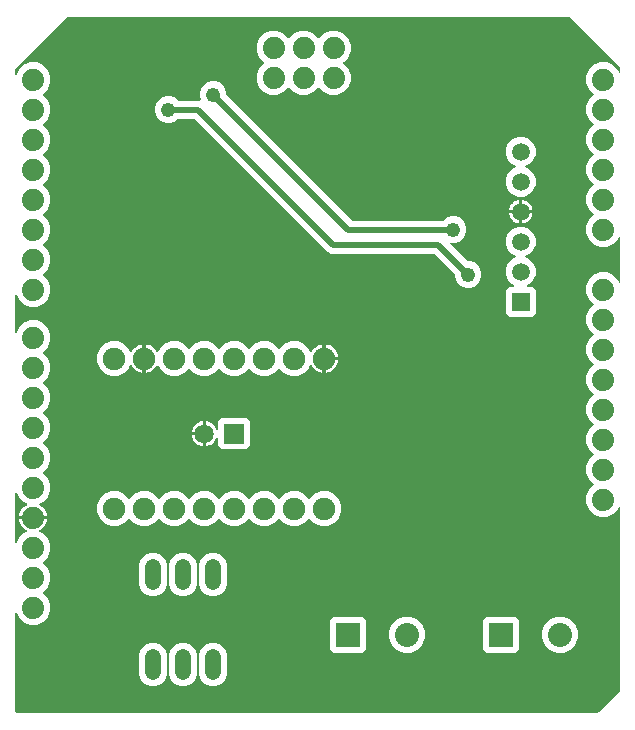
<source format=gbr>
G04 EAGLE Gerber RS-274X export*
G75*
%MOMM*%
%FSLAX34Y34*%
%LPD*%
%INTop Copper*%
%IPPOS*%
%AMOC8*
5,1,8,0,0,1.08239X$1,22.5*%
G01*
%ADD10C,1.879600*%
%ADD11C,1.905000*%
%ADD12C,1.508000*%
%ADD13R,1.508000X1.508000*%
%ADD14C,1.320800*%
%ADD15C,1.651000*%
%ADD16R,1.651000X1.651000*%
%ADD17R,2.032000X2.032000*%
%ADD18C,2.032000*%
%ADD19C,1.214400*%
%ADD20C,0.508000*%

G36*
X503659Y10175D02*
X503659Y10175D01*
X503744Y10180D01*
X503779Y10194D01*
X503817Y10200D01*
X503892Y10240D01*
X503972Y10273D01*
X504011Y10303D01*
X504034Y10316D01*
X504055Y10337D01*
X504104Y10375D01*
X522248Y27968D01*
X522306Y28046D01*
X522369Y28120D01*
X522379Y28144D01*
X522395Y28166D01*
X522424Y28258D01*
X522461Y28348D01*
X522464Y28381D01*
X522471Y28400D01*
X522470Y28433D01*
X522479Y28515D01*
X522479Y183794D01*
X522464Y183890D01*
X522454Y183987D01*
X522444Y184011D01*
X522440Y184037D01*
X522394Y184123D01*
X522354Y184212D01*
X522337Y184231D01*
X522324Y184254D01*
X522254Y184321D01*
X522188Y184393D01*
X522165Y184406D01*
X522146Y184424D01*
X522058Y184465D01*
X521972Y184512D01*
X521947Y184516D01*
X521923Y184527D01*
X521826Y184538D01*
X521730Y184555D01*
X521704Y184552D01*
X521679Y184555D01*
X521583Y184534D01*
X521487Y184520D01*
X521464Y184508D01*
X521438Y184502D01*
X521355Y184452D01*
X521268Y184408D01*
X521249Y184389D01*
X521227Y184376D01*
X521164Y184302D01*
X521096Y184233D01*
X521080Y184204D01*
X521067Y184189D01*
X521055Y184158D01*
X521015Y184086D01*
X520274Y182298D01*
X516202Y178226D01*
X510880Y176021D01*
X505120Y176021D01*
X499798Y178226D01*
X495726Y182298D01*
X493521Y187620D01*
X493521Y193380D01*
X495726Y198702D01*
X499686Y202662D01*
X499697Y202678D01*
X499713Y202690D01*
X499769Y202778D01*
X499829Y202861D01*
X499835Y202880D01*
X499846Y202897D01*
X499871Y202998D01*
X499902Y203097D01*
X499901Y203116D01*
X499906Y203136D01*
X499898Y203239D01*
X499895Y203342D01*
X499888Y203361D01*
X499887Y203381D01*
X499847Y203476D01*
X499811Y203573D01*
X499798Y203589D01*
X499791Y203607D01*
X499686Y203738D01*
X495726Y207698D01*
X493521Y213020D01*
X493521Y218780D01*
X495726Y224102D01*
X499686Y228062D01*
X499697Y228078D01*
X499713Y228090D01*
X499769Y228178D01*
X499829Y228261D01*
X499835Y228280D01*
X499846Y228297D01*
X499871Y228398D01*
X499902Y228497D01*
X499901Y228516D01*
X499906Y228536D01*
X499898Y228639D01*
X499895Y228742D01*
X499888Y228761D01*
X499887Y228781D01*
X499846Y228876D01*
X499811Y228973D01*
X499798Y228989D01*
X499791Y229007D01*
X499686Y229138D01*
X495726Y233098D01*
X493521Y238420D01*
X493521Y244180D01*
X495726Y249502D01*
X499686Y253462D01*
X499697Y253478D01*
X499713Y253490D01*
X499769Y253578D01*
X499829Y253661D01*
X499835Y253680D01*
X499846Y253697D01*
X499871Y253798D01*
X499902Y253897D01*
X499901Y253916D01*
X499906Y253936D01*
X499898Y254039D01*
X499895Y254142D01*
X499888Y254161D01*
X499887Y254181D01*
X499846Y254276D01*
X499811Y254373D01*
X499798Y254389D01*
X499791Y254407D01*
X499686Y254538D01*
X495726Y258498D01*
X493521Y263820D01*
X493521Y269580D01*
X495726Y274902D01*
X499686Y278862D01*
X499697Y278878D01*
X499713Y278890D01*
X499769Y278978D01*
X499829Y279061D01*
X499835Y279080D01*
X499846Y279097D01*
X499871Y279198D01*
X499902Y279297D01*
X499901Y279316D01*
X499906Y279336D01*
X499898Y279439D01*
X499895Y279542D01*
X499888Y279561D01*
X499887Y279581D01*
X499846Y279676D01*
X499811Y279773D01*
X499798Y279789D01*
X499791Y279807D01*
X499686Y279938D01*
X495726Y283898D01*
X493521Y289220D01*
X493521Y294980D01*
X495726Y300302D01*
X499686Y304262D01*
X499697Y304278D01*
X499713Y304290D01*
X499769Y304378D01*
X499829Y304461D01*
X499835Y304480D01*
X499846Y304497D01*
X499871Y304598D01*
X499902Y304697D01*
X499901Y304716D01*
X499906Y304736D01*
X499898Y304839D01*
X499895Y304942D01*
X499888Y304961D01*
X499887Y304981D01*
X499846Y305076D01*
X499811Y305173D01*
X499798Y305189D01*
X499791Y305207D01*
X499686Y305338D01*
X495726Y309298D01*
X493521Y314620D01*
X493521Y320380D01*
X495726Y325702D01*
X499686Y329662D01*
X499697Y329678D01*
X499713Y329690D01*
X499769Y329778D01*
X499829Y329861D01*
X499835Y329880D01*
X499846Y329897D01*
X499871Y329998D01*
X499902Y330097D01*
X499901Y330116D01*
X499906Y330136D01*
X499898Y330239D01*
X499895Y330342D01*
X499888Y330361D01*
X499887Y330381D01*
X499846Y330476D01*
X499811Y330573D01*
X499798Y330589D01*
X499791Y330607D01*
X499686Y330738D01*
X495726Y334698D01*
X493521Y340020D01*
X493521Y345780D01*
X495726Y351102D01*
X499686Y355062D01*
X499697Y355078D01*
X499713Y355090D01*
X499769Y355178D01*
X499829Y355261D01*
X499835Y355280D01*
X499846Y355297D01*
X499871Y355398D01*
X499902Y355497D01*
X499901Y355516D01*
X499906Y355536D01*
X499898Y355639D01*
X499895Y355742D01*
X499888Y355761D01*
X499887Y355781D01*
X499846Y355876D01*
X499811Y355973D01*
X499798Y355989D01*
X499791Y356007D01*
X499686Y356138D01*
X495726Y360098D01*
X493521Y365420D01*
X493521Y371180D01*
X495726Y376502D01*
X499798Y380574D01*
X505120Y382779D01*
X510880Y382779D01*
X516202Y380574D01*
X520274Y376502D01*
X521015Y374714D01*
X521066Y374631D01*
X521112Y374546D01*
X521130Y374528D01*
X521144Y374505D01*
X521220Y374443D01*
X521290Y374376D01*
X521314Y374365D01*
X521334Y374349D01*
X521425Y374314D01*
X521513Y374273D01*
X521539Y374270D01*
X521563Y374260D01*
X521661Y374256D01*
X521757Y374245D01*
X521783Y374251D01*
X521809Y374250D01*
X521903Y374277D01*
X521998Y374298D01*
X522020Y374311D01*
X522045Y374318D01*
X522125Y374374D01*
X522209Y374424D01*
X522226Y374444D01*
X522247Y374459D01*
X522306Y374537D01*
X522369Y374611D01*
X522379Y374635D01*
X522394Y374656D01*
X522424Y374749D01*
X522461Y374839D01*
X522464Y374871D01*
X522470Y374890D01*
X522470Y374923D01*
X522479Y375006D01*
X522479Y412394D01*
X522464Y412490D01*
X522454Y412587D01*
X522444Y412611D01*
X522440Y412637D01*
X522394Y412723D01*
X522354Y412812D01*
X522337Y412831D01*
X522324Y412854D01*
X522254Y412921D01*
X522188Y412993D01*
X522165Y413006D01*
X522146Y413024D01*
X522058Y413065D01*
X521972Y413112D01*
X521947Y413116D01*
X521923Y413127D01*
X521826Y413138D01*
X521730Y413155D01*
X521704Y413152D01*
X521679Y413155D01*
X521583Y413134D01*
X521487Y413120D01*
X521464Y413108D01*
X521438Y413102D01*
X521355Y413052D01*
X521268Y413008D01*
X521249Y412989D01*
X521227Y412976D01*
X521164Y412902D01*
X521096Y412833D01*
X521080Y412804D01*
X521067Y412789D01*
X521055Y412758D01*
X521015Y412686D01*
X520274Y410898D01*
X516202Y406826D01*
X510880Y404621D01*
X505120Y404621D01*
X499798Y406826D01*
X495726Y410898D01*
X493521Y416220D01*
X493521Y421980D01*
X495726Y427302D01*
X499686Y431262D01*
X499697Y431278D01*
X499713Y431290D01*
X499769Y431378D01*
X499829Y431461D01*
X499835Y431480D01*
X499846Y431497D01*
X499871Y431598D01*
X499902Y431697D01*
X499901Y431716D01*
X499906Y431736D01*
X499898Y431839D01*
X499895Y431942D01*
X499888Y431961D01*
X499887Y431981D01*
X499846Y432076D01*
X499811Y432173D01*
X499798Y432189D01*
X499791Y432207D01*
X499686Y432338D01*
X495726Y436298D01*
X493521Y441620D01*
X493521Y447380D01*
X495726Y452702D01*
X499686Y456662D01*
X499697Y456678D01*
X499713Y456690D01*
X499769Y456778D01*
X499829Y456861D01*
X499835Y456880D01*
X499846Y456897D01*
X499871Y456998D01*
X499902Y457097D01*
X499901Y457116D01*
X499906Y457136D01*
X499898Y457239D01*
X499895Y457342D01*
X499888Y457361D01*
X499887Y457381D01*
X499846Y457476D01*
X499811Y457573D01*
X499798Y457589D01*
X499791Y457607D01*
X499686Y457738D01*
X495726Y461698D01*
X493521Y467020D01*
X493521Y472780D01*
X495726Y478102D01*
X499686Y482062D01*
X499697Y482078D01*
X499713Y482090D01*
X499769Y482178D01*
X499829Y482261D01*
X499835Y482280D01*
X499846Y482297D01*
X499871Y482398D01*
X499902Y482497D01*
X499901Y482516D01*
X499906Y482536D01*
X499898Y482639D01*
X499895Y482742D01*
X499888Y482761D01*
X499887Y482781D01*
X499846Y482876D01*
X499811Y482973D01*
X499798Y482989D01*
X499791Y483007D01*
X499686Y483138D01*
X495726Y487098D01*
X493521Y492420D01*
X493521Y498180D01*
X495726Y503502D01*
X499686Y507462D01*
X499697Y507478D01*
X499713Y507490D01*
X499769Y507578D01*
X499829Y507661D01*
X499835Y507680D01*
X499846Y507697D01*
X499871Y507798D01*
X499902Y507897D01*
X499901Y507916D01*
X499906Y507936D01*
X499898Y508039D01*
X499895Y508142D01*
X499888Y508161D01*
X499887Y508181D01*
X499846Y508276D01*
X499811Y508373D01*
X499798Y508389D01*
X499791Y508407D01*
X499717Y508499D01*
X499711Y508509D01*
X499705Y508515D01*
X499686Y508538D01*
X495726Y512498D01*
X493521Y517820D01*
X493521Y523580D01*
X495726Y528902D01*
X499686Y532862D01*
X499697Y532878D01*
X499713Y532890D01*
X499769Y532978D01*
X499829Y533061D01*
X499835Y533080D01*
X499846Y533097D01*
X499871Y533198D01*
X499902Y533297D01*
X499901Y533316D01*
X499906Y533336D01*
X499898Y533439D01*
X499895Y533542D01*
X499888Y533561D01*
X499887Y533581D01*
X499846Y533676D01*
X499811Y533773D01*
X499798Y533789D01*
X499791Y533807D01*
X499686Y533938D01*
X495726Y537898D01*
X493521Y543220D01*
X493521Y548980D01*
X495726Y554302D01*
X499798Y558374D01*
X505120Y560579D01*
X510880Y560579D01*
X516202Y558374D01*
X520274Y554302D01*
X521015Y552514D01*
X521066Y552431D01*
X521112Y552346D01*
X521130Y552328D01*
X521144Y552305D01*
X521220Y552243D01*
X521290Y552176D01*
X521314Y552165D01*
X521334Y552149D01*
X521425Y552114D01*
X521513Y552073D01*
X521539Y552070D01*
X521563Y552060D01*
X521661Y552056D01*
X521757Y552045D01*
X521783Y552051D01*
X521809Y552050D01*
X521903Y552077D01*
X521998Y552098D01*
X522020Y552111D01*
X522045Y552118D01*
X522125Y552174D01*
X522209Y552224D01*
X522226Y552244D01*
X522247Y552259D01*
X522306Y552337D01*
X522369Y552411D01*
X522379Y552435D01*
X522394Y552456D01*
X522424Y552549D01*
X522461Y552639D01*
X522464Y552671D01*
X522470Y552690D01*
X522470Y552723D01*
X522479Y552806D01*
X522479Y555833D01*
X522464Y555927D01*
X522456Y556021D01*
X522444Y556047D01*
X522440Y556076D01*
X522395Y556160D01*
X522358Y556246D01*
X522334Y556275D01*
X522324Y556294D01*
X522301Y556316D01*
X522252Y556376D01*
X478765Y599121D01*
X478693Y599172D01*
X478626Y599229D01*
X478593Y599242D01*
X478564Y599263D01*
X478479Y599288D01*
X478398Y599321D01*
X478352Y599326D01*
X478328Y599333D01*
X478297Y599332D01*
X478231Y599339D01*
X55130Y599339D01*
X55040Y599324D01*
X54949Y599317D01*
X54919Y599305D01*
X54888Y599300D01*
X54807Y599257D01*
X54722Y599221D01*
X54691Y599195D01*
X54670Y599184D01*
X54648Y599161D01*
X54592Y599116D01*
X10383Y554820D01*
X10330Y554746D01*
X10271Y554677D01*
X10259Y554647D01*
X10240Y554620D01*
X10213Y554533D01*
X10179Y554449D01*
X10175Y554407D01*
X10168Y554385D01*
X10169Y554353D01*
X10161Y554282D01*
X10161Y550971D01*
X10176Y550875D01*
X10186Y550778D01*
X10196Y550754D01*
X10200Y550728D01*
X10246Y550642D01*
X10286Y550553D01*
X10303Y550534D01*
X10316Y550511D01*
X10386Y550444D01*
X10452Y550372D01*
X10475Y550359D01*
X10494Y550341D01*
X10582Y550300D01*
X10668Y550253D01*
X10693Y550249D01*
X10717Y550238D01*
X10814Y550227D01*
X10910Y550210D01*
X10936Y550214D01*
X10961Y550211D01*
X11057Y550231D01*
X11153Y550246D01*
X11176Y550257D01*
X11202Y550263D01*
X11285Y550313D01*
X11372Y550357D01*
X11391Y550376D01*
X11413Y550389D01*
X11476Y550463D01*
X11544Y550533D01*
X11560Y550561D01*
X11573Y550576D01*
X11585Y550607D01*
X11625Y550680D01*
X13126Y554302D01*
X17198Y558374D01*
X22520Y560579D01*
X28280Y560579D01*
X33602Y558374D01*
X37674Y554302D01*
X39879Y548980D01*
X39879Y543220D01*
X37674Y537898D01*
X33714Y533938D01*
X33703Y533922D01*
X33687Y533910D01*
X33631Y533822D01*
X33571Y533739D01*
X33565Y533720D01*
X33554Y533703D01*
X33529Y533602D01*
X33498Y533503D01*
X33499Y533484D01*
X33494Y533464D01*
X33502Y533361D01*
X33505Y533258D01*
X33512Y533239D01*
X33513Y533219D01*
X33554Y533124D01*
X33589Y533027D01*
X33602Y533011D01*
X33609Y532993D01*
X33714Y532862D01*
X37674Y528902D01*
X39879Y523580D01*
X39879Y517820D01*
X37674Y512498D01*
X33714Y508538D01*
X33703Y508522D01*
X33687Y508510D01*
X33657Y508463D01*
X33641Y508446D01*
X33629Y508419D01*
X33571Y508339D01*
X33565Y508320D01*
X33554Y508303D01*
X33529Y508202D01*
X33498Y508103D01*
X33499Y508084D01*
X33494Y508064D01*
X33502Y507961D01*
X33505Y507858D01*
X33512Y507839D01*
X33513Y507819D01*
X33554Y507724D01*
X33589Y507627D01*
X33602Y507611D01*
X33609Y507593D01*
X33714Y507462D01*
X37674Y503502D01*
X39879Y498180D01*
X39879Y492420D01*
X37674Y487098D01*
X33714Y483138D01*
X33703Y483122D01*
X33687Y483110D01*
X33631Y483022D01*
X33571Y482939D01*
X33565Y482920D01*
X33554Y482903D01*
X33529Y482802D01*
X33498Y482703D01*
X33499Y482684D01*
X33494Y482664D01*
X33502Y482561D01*
X33505Y482458D01*
X33512Y482439D01*
X33513Y482419D01*
X33554Y482324D01*
X33589Y482227D01*
X33602Y482211D01*
X33609Y482193D01*
X33714Y482062D01*
X37674Y478102D01*
X39879Y472780D01*
X39879Y467020D01*
X37674Y461698D01*
X33714Y457738D01*
X33703Y457722D01*
X33687Y457710D01*
X33631Y457622D01*
X33571Y457539D01*
X33565Y457520D01*
X33554Y457503D01*
X33529Y457402D01*
X33498Y457303D01*
X33499Y457284D01*
X33494Y457264D01*
X33502Y457161D01*
X33505Y457058D01*
X33512Y457039D01*
X33513Y457019D01*
X33554Y456924D01*
X33589Y456827D01*
X33602Y456811D01*
X33609Y456793D01*
X33714Y456662D01*
X37674Y452702D01*
X39879Y447380D01*
X39879Y441620D01*
X37674Y436298D01*
X33714Y432338D01*
X33703Y432322D01*
X33687Y432310D01*
X33631Y432222D01*
X33571Y432139D01*
X33565Y432120D01*
X33554Y432103D01*
X33529Y432002D01*
X33498Y431903D01*
X33499Y431884D01*
X33494Y431864D01*
X33502Y431761D01*
X33505Y431658D01*
X33512Y431639D01*
X33513Y431619D01*
X33554Y431524D01*
X33589Y431427D01*
X33602Y431411D01*
X33609Y431393D01*
X33714Y431262D01*
X37674Y427302D01*
X39879Y421980D01*
X39879Y416220D01*
X37674Y410898D01*
X33714Y406938D01*
X33703Y406922D01*
X33687Y406910D01*
X33631Y406822D01*
X33571Y406739D01*
X33565Y406720D01*
X33554Y406703D01*
X33529Y406602D01*
X33498Y406503D01*
X33499Y406484D01*
X33494Y406464D01*
X33502Y406361D01*
X33505Y406258D01*
X33512Y406239D01*
X33513Y406219D01*
X33554Y406124D01*
X33589Y406027D01*
X33602Y406011D01*
X33609Y405993D01*
X33714Y405862D01*
X37674Y401902D01*
X39879Y396580D01*
X39879Y390820D01*
X37674Y385498D01*
X33714Y381538D01*
X33703Y381522D01*
X33687Y381510D01*
X33631Y381422D01*
X33571Y381339D01*
X33565Y381320D01*
X33554Y381303D01*
X33529Y381202D01*
X33498Y381103D01*
X33499Y381084D01*
X33494Y381064D01*
X33502Y380961D01*
X33505Y380858D01*
X33512Y380839D01*
X33513Y380819D01*
X33554Y380724D01*
X33589Y380627D01*
X33602Y380611D01*
X33609Y380593D01*
X33714Y380462D01*
X37674Y376502D01*
X39879Y371180D01*
X39879Y365420D01*
X37674Y360098D01*
X33602Y356026D01*
X28280Y353821D01*
X22520Y353821D01*
X17198Y356026D01*
X13126Y360098D01*
X11625Y363720D01*
X11574Y363803D01*
X11528Y363889D01*
X11509Y363907D01*
X11496Y363929D01*
X11421Y363992D01*
X11350Y364059D01*
X11326Y364070D01*
X11306Y364086D01*
X11215Y364121D01*
X11127Y364162D01*
X11101Y364165D01*
X11077Y364174D01*
X10979Y364179D01*
X10883Y364189D01*
X10857Y364184D01*
X10831Y364185D01*
X10737Y364158D01*
X10642Y364137D01*
X10620Y364124D01*
X10595Y364116D01*
X10515Y364061D01*
X10431Y364011D01*
X10414Y363991D01*
X10393Y363976D01*
X10334Y363898D01*
X10271Y363824D01*
X10261Y363800D01*
X10246Y363779D01*
X10216Y363686D01*
X10179Y363596D01*
X10176Y363563D01*
X10170Y363545D01*
X10170Y363512D01*
X10161Y363429D01*
X10161Y332531D01*
X10176Y332435D01*
X10186Y332338D01*
X10196Y332314D01*
X10200Y332288D01*
X10246Y332202D01*
X10286Y332113D01*
X10303Y332094D01*
X10316Y332071D01*
X10386Y332004D01*
X10452Y331932D01*
X10475Y331919D01*
X10494Y331901D01*
X10582Y331860D01*
X10668Y331813D01*
X10693Y331809D01*
X10717Y331798D01*
X10814Y331787D01*
X10910Y331770D01*
X10936Y331774D01*
X10961Y331771D01*
X11057Y331791D01*
X11153Y331806D01*
X11176Y331817D01*
X11202Y331823D01*
X11285Y331873D01*
X11372Y331917D01*
X11391Y331936D01*
X11413Y331949D01*
X11476Y332023D01*
X11544Y332093D01*
X11560Y332121D01*
X11573Y332136D01*
X11585Y332167D01*
X11625Y332240D01*
X13126Y335862D01*
X17198Y339934D01*
X22520Y342139D01*
X28280Y342139D01*
X33602Y339934D01*
X37674Y335862D01*
X39879Y330540D01*
X39879Y324780D01*
X37674Y319458D01*
X33714Y315498D01*
X33703Y315482D01*
X33687Y315470D01*
X33631Y315382D01*
X33571Y315299D01*
X33565Y315280D01*
X33554Y315263D01*
X33529Y315162D01*
X33498Y315063D01*
X33499Y315044D01*
X33494Y315024D01*
X33502Y314921D01*
X33505Y314818D01*
X33512Y314799D01*
X33513Y314779D01*
X33554Y314684D01*
X33589Y314587D01*
X33602Y314571D01*
X33609Y314553D01*
X33714Y314422D01*
X37674Y310462D01*
X39879Y305140D01*
X39879Y299380D01*
X37674Y294058D01*
X33714Y290098D01*
X33703Y290082D01*
X33687Y290070D01*
X33631Y289982D01*
X33571Y289899D01*
X33565Y289880D01*
X33554Y289863D01*
X33529Y289762D01*
X33498Y289663D01*
X33499Y289644D01*
X33494Y289624D01*
X33502Y289521D01*
X33505Y289418D01*
X33512Y289399D01*
X33513Y289379D01*
X33554Y289284D01*
X33589Y289187D01*
X33602Y289171D01*
X33609Y289153D01*
X33687Y289056D01*
X33691Y289049D01*
X33696Y289044D01*
X33714Y289022D01*
X37674Y285062D01*
X39879Y279740D01*
X39879Y273980D01*
X37674Y268658D01*
X33714Y264698D01*
X33703Y264682D01*
X33687Y264670D01*
X33631Y264582D01*
X33571Y264499D01*
X33565Y264480D01*
X33554Y264463D01*
X33529Y264362D01*
X33498Y264263D01*
X33499Y264244D01*
X33494Y264224D01*
X33502Y264121D01*
X33505Y264018D01*
X33512Y263999D01*
X33513Y263979D01*
X33554Y263884D01*
X33589Y263787D01*
X33602Y263771D01*
X33609Y263753D01*
X33714Y263622D01*
X37674Y259662D01*
X39879Y254340D01*
X39879Y248580D01*
X37674Y243258D01*
X33714Y239298D01*
X33703Y239282D01*
X33687Y239270D01*
X33631Y239182D01*
X33571Y239099D01*
X33565Y239080D01*
X33554Y239063D01*
X33529Y238962D01*
X33498Y238863D01*
X33499Y238844D01*
X33494Y238824D01*
X33502Y238721D01*
X33505Y238618D01*
X33512Y238599D01*
X33513Y238579D01*
X33554Y238484D01*
X33589Y238387D01*
X33602Y238371D01*
X33609Y238353D01*
X33714Y238222D01*
X37674Y234262D01*
X39879Y228940D01*
X39879Y223180D01*
X37674Y217858D01*
X33714Y213898D01*
X33703Y213882D01*
X33687Y213870D01*
X33631Y213782D01*
X33571Y213699D01*
X33565Y213680D01*
X33554Y213663D01*
X33529Y213562D01*
X33498Y213463D01*
X33499Y213444D01*
X33494Y213424D01*
X33502Y213321D01*
X33505Y213218D01*
X33512Y213199D01*
X33513Y213179D01*
X33554Y213084D01*
X33589Y212987D01*
X33602Y212971D01*
X33609Y212953D01*
X33714Y212822D01*
X37674Y208862D01*
X39879Y203540D01*
X39879Y197780D01*
X37674Y192458D01*
X33602Y188386D01*
X30899Y187266D01*
X30864Y187244D01*
X30824Y187230D01*
X30760Y187180D01*
X30690Y187137D01*
X30664Y187104D01*
X30631Y187078D01*
X30586Y187010D01*
X30534Y186947D01*
X30519Y186908D01*
X30495Y186873D01*
X30475Y186794D01*
X30445Y186718D01*
X30444Y186676D01*
X30433Y186635D01*
X30438Y186553D01*
X30435Y186472D01*
X30447Y186431D01*
X30450Y186390D01*
X30481Y186314D01*
X30504Y186236D01*
X30527Y186201D01*
X30543Y186162D01*
X30597Y186101D01*
X30644Y186034D01*
X30677Y186008D01*
X30705Y185977D01*
X30834Y185892D01*
X30841Y185887D01*
X30843Y185886D01*
X30845Y185885D01*
X31657Y185471D01*
X33178Y184366D01*
X34506Y183038D01*
X35611Y181517D01*
X36464Y179843D01*
X37045Y178056D01*
X37246Y176783D01*
X26162Y176783D01*
X26142Y176780D01*
X26123Y176782D01*
X26021Y176760D01*
X25919Y176743D01*
X25902Y176734D01*
X25882Y176730D01*
X25793Y176677D01*
X25702Y176628D01*
X25688Y176614D01*
X25671Y176604D01*
X25604Y176525D01*
X25533Y176450D01*
X25524Y176432D01*
X25511Y176417D01*
X25473Y176321D01*
X25429Y176227D01*
X25427Y176207D01*
X25419Y176189D01*
X25401Y176022D01*
X25401Y174498D01*
X25404Y174478D01*
X25402Y174459D01*
X25424Y174357D01*
X25441Y174255D01*
X25450Y174238D01*
X25454Y174218D01*
X25507Y174129D01*
X25556Y174038D01*
X25570Y174024D01*
X25580Y174007D01*
X25659Y173940D01*
X25734Y173869D01*
X25752Y173860D01*
X25767Y173847D01*
X25863Y173808D01*
X25957Y173765D01*
X25977Y173763D01*
X25995Y173755D01*
X26162Y173737D01*
X37246Y173737D01*
X37045Y172464D01*
X36464Y170677D01*
X35611Y169003D01*
X34506Y167482D01*
X33178Y166154D01*
X31657Y165049D01*
X30845Y164635D01*
X30811Y164610D01*
X30773Y164593D01*
X30713Y164538D01*
X30647Y164490D01*
X30623Y164455D01*
X30592Y164427D01*
X30552Y164355D01*
X30505Y164288D01*
X30494Y164248D01*
X30473Y164211D01*
X30459Y164131D01*
X30436Y164053D01*
X30437Y164011D01*
X30430Y163969D01*
X30442Y163888D01*
X30444Y163807D01*
X30459Y163768D01*
X30465Y163726D01*
X30502Y163653D01*
X30531Y163577D01*
X30558Y163544D01*
X30577Y163507D01*
X30635Y163450D01*
X30687Y163386D01*
X30723Y163364D01*
X30752Y163335D01*
X30888Y163260D01*
X30895Y163255D01*
X30897Y163255D01*
X30899Y163254D01*
X33602Y162134D01*
X37674Y158062D01*
X39879Y152740D01*
X39879Y146980D01*
X37674Y141658D01*
X33714Y137698D01*
X33703Y137682D01*
X33687Y137670D01*
X33631Y137582D01*
X33571Y137499D01*
X33565Y137480D01*
X33554Y137463D01*
X33529Y137362D01*
X33498Y137263D01*
X33499Y137244D01*
X33494Y137224D01*
X33502Y137121D01*
X33505Y137018D01*
X33512Y136999D01*
X33513Y136979D01*
X33554Y136884D01*
X33589Y136787D01*
X33602Y136771D01*
X33609Y136753D01*
X33714Y136622D01*
X37674Y132662D01*
X39879Y127340D01*
X39879Y121580D01*
X37674Y116258D01*
X33714Y112298D01*
X33703Y112282D01*
X33687Y112270D01*
X33631Y112182D01*
X33571Y112099D01*
X33565Y112080D01*
X33554Y112063D01*
X33529Y111962D01*
X33498Y111863D01*
X33499Y111844D01*
X33494Y111824D01*
X33502Y111721D01*
X33505Y111618D01*
X33512Y111599D01*
X33513Y111579D01*
X33554Y111484D01*
X33589Y111387D01*
X33602Y111371D01*
X33609Y111353D01*
X33714Y111222D01*
X37674Y107262D01*
X39879Y101940D01*
X39879Y96180D01*
X37674Y90858D01*
X33602Y86786D01*
X28280Y84581D01*
X22520Y84581D01*
X17198Y86786D01*
X13126Y90858D01*
X11625Y94480D01*
X11574Y94563D01*
X11528Y94649D01*
X11510Y94667D01*
X11496Y94689D01*
X11420Y94752D01*
X11350Y94819D01*
X11326Y94830D01*
X11306Y94846D01*
X11215Y94881D01*
X11127Y94922D01*
X11101Y94925D01*
X11077Y94934D01*
X10979Y94939D01*
X10883Y94949D01*
X10857Y94944D01*
X10831Y94945D01*
X10737Y94918D01*
X10642Y94897D01*
X10620Y94884D01*
X10595Y94876D01*
X10515Y94821D01*
X10431Y94771D01*
X10414Y94751D01*
X10393Y94736D01*
X10334Y94658D01*
X10271Y94584D01*
X10261Y94560D01*
X10246Y94539D01*
X10216Y94446D01*
X10179Y94356D01*
X10176Y94323D01*
X10170Y94305D01*
X10170Y94272D01*
X10161Y94189D01*
X10161Y10922D01*
X10164Y10902D01*
X10162Y10883D01*
X10184Y10781D01*
X10200Y10679D01*
X10210Y10662D01*
X10214Y10642D01*
X10267Y10553D01*
X10316Y10462D01*
X10330Y10448D01*
X10340Y10431D01*
X10419Y10364D01*
X10494Y10292D01*
X10512Y10284D01*
X10527Y10271D01*
X10623Y10232D01*
X10717Y10189D01*
X10737Y10187D01*
X10755Y10179D01*
X10922Y10161D01*
X503574Y10161D01*
X503659Y10175D01*
G37*
%LPC*%
G36*
X391482Y369847D02*
X391482Y369847D01*
X387382Y371545D01*
X384245Y374682D01*
X382547Y378782D01*
X382547Y381060D01*
X382533Y381150D01*
X382525Y381241D01*
X382513Y381271D01*
X382508Y381303D01*
X382465Y381384D01*
X382429Y381467D01*
X382403Y381500D01*
X382392Y381520D01*
X382369Y381542D01*
X382324Y381598D01*
X365366Y398556D01*
X365292Y398609D01*
X365223Y398669D01*
X365193Y398681D01*
X365167Y398700D01*
X365080Y398727D01*
X364995Y398761D01*
X364954Y398765D01*
X364932Y398772D01*
X364899Y398771D01*
X364828Y398779D01*
X277884Y398779D01*
X275083Y399939D01*
X162166Y512856D01*
X162092Y512909D01*
X162023Y512969D01*
X161993Y512981D01*
X161967Y513000D01*
X161880Y513027D01*
X161795Y513061D01*
X161754Y513065D01*
X161732Y513072D01*
X161699Y513071D01*
X161628Y513079D01*
X148167Y513079D01*
X148077Y513065D01*
X147986Y513057D01*
X147956Y513045D01*
X147924Y513040D01*
X147844Y512997D01*
X147760Y512961D01*
X147728Y512935D01*
X147707Y512924D01*
X147685Y512901D01*
X147629Y512856D01*
X146018Y511245D01*
X141918Y509547D01*
X137482Y509547D01*
X133382Y511245D01*
X130245Y514382D01*
X128547Y518482D01*
X128547Y522918D01*
X130245Y527018D01*
X133382Y530155D01*
X137482Y531853D01*
X141918Y531853D01*
X146018Y530155D01*
X147629Y528544D01*
X147703Y528491D01*
X147772Y528431D01*
X147802Y528419D01*
X147828Y528400D01*
X147915Y528373D01*
X148000Y528339D01*
X148041Y528335D01*
X148063Y528328D01*
X148096Y528329D01*
X148167Y528321D01*
X166693Y528321D01*
X166738Y528328D01*
X166784Y528326D01*
X166859Y528348D01*
X166936Y528360D01*
X166976Y528382D01*
X167020Y528395D01*
X167084Y528439D01*
X167153Y528476D01*
X167185Y528509D01*
X167222Y528535D01*
X167269Y528597D01*
X167322Y528654D01*
X167342Y528696D01*
X167369Y528732D01*
X167393Y528806D01*
X167426Y528877D01*
X167431Y528923D01*
X167445Y528966D01*
X167445Y529044D01*
X167453Y529121D01*
X167443Y529166D01*
X167443Y529212D01*
X167405Y529344D01*
X167401Y529362D01*
X167398Y529366D01*
X167396Y529373D01*
X166647Y531182D01*
X166647Y535618D01*
X168345Y539718D01*
X171482Y542855D01*
X175582Y544553D01*
X180018Y544553D01*
X184118Y542855D01*
X187255Y539718D01*
X188953Y535618D01*
X188953Y533340D01*
X188967Y533250D01*
X188975Y533159D01*
X188987Y533129D01*
X188992Y533097D01*
X189035Y533016D01*
X189071Y532933D01*
X189097Y532900D01*
X189108Y532880D01*
X189131Y532858D01*
X189176Y532802D01*
X295034Y426944D01*
X295108Y426891D01*
X295177Y426831D01*
X295207Y426819D01*
X295233Y426800D01*
X295320Y426773D01*
X295405Y426739D01*
X295446Y426735D01*
X295468Y426728D01*
X295501Y426729D01*
X295572Y426721D01*
X372533Y426721D01*
X372623Y426735D01*
X372714Y426743D01*
X372744Y426755D01*
X372776Y426760D01*
X372856Y426803D01*
X372940Y426839D01*
X372972Y426865D01*
X372993Y426876D01*
X373015Y426899D01*
X373071Y426944D01*
X374682Y428555D01*
X378782Y430253D01*
X383218Y430253D01*
X387318Y428555D01*
X390455Y425418D01*
X392153Y421318D01*
X392153Y416882D01*
X390455Y412782D01*
X387318Y409645D01*
X383218Y407947D01*
X379368Y407947D01*
X379297Y407936D01*
X379225Y407934D01*
X379176Y407916D01*
X379125Y407908D01*
X379062Y407874D01*
X378994Y407849D01*
X378954Y407817D01*
X378908Y407792D01*
X378858Y407740D01*
X378802Y407696D01*
X378774Y407652D01*
X378738Y407614D01*
X378708Y407549D01*
X378669Y407489D01*
X378657Y407438D01*
X378635Y407391D01*
X378627Y407320D01*
X378609Y407250D01*
X378613Y407198D01*
X378608Y407147D01*
X378623Y407076D01*
X378628Y407005D01*
X378649Y406957D01*
X378660Y406906D01*
X378697Y406845D01*
X378725Y406779D01*
X378770Y406723D01*
X378786Y406695D01*
X378804Y406680D01*
X378830Y406648D01*
X393102Y392376D01*
X393176Y392323D01*
X393245Y392263D01*
X393275Y392251D01*
X393301Y392232D01*
X393388Y392205D01*
X393473Y392171D01*
X393514Y392167D01*
X393536Y392160D01*
X393569Y392161D01*
X393640Y392153D01*
X395918Y392153D01*
X400018Y390455D01*
X403155Y387318D01*
X404853Y383218D01*
X404853Y378782D01*
X403155Y374682D01*
X400018Y371545D01*
X395918Y369847D01*
X391482Y369847D01*
G37*
%LPD*%
%LPC*%
G36*
X91075Y168274D02*
X91075Y168274D01*
X85706Y170498D01*
X81598Y174606D01*
X79374Y179975D01*
X79374Y185785D01*
X81598Y191154D01*
X85706Y195262D01*
X91075Y197486D01*
X96885Y197486D01*
X102254Y195262D01*
X106142Y191374D01*
X106158Y191362D01*
X106170Y191347D01*
X106258Y191291D01*
X106341Y191230D01*
X106360Y191225D01*
X106377Y191214D01*
X106478Y191188D01*
X106577Y191158D01*
X106596Y191159D01*
X106616Y191154D01*
X106719Y191162D01*
X106822Y191164D01*
X106841Y191171D01*
X106861Y191173D01*
X106956Y191213D01*
X107053Y191249D01*
X107069Y191261D01*
X107087Y191269D01*
X107218Y191374D01*
X111106Y195262D01*
X116475Y197486D01*
X122285Y197486D01*
X127654Y195262D01*
X131542Y191374D01*
X131558Y191362D01*
X131570Y191347D01*
X131658Y191291D01*
X131741Y191230D01*
X131760Y191225D01*
X131777Y191214D01*
X131878Y191188D01*
X131977Y191158D01*
X131996Y191159D01*
X132016Y191154D01*
X132119Y191162D01*
X132222Y191164D01*
X132241Y191171D01*
X132261Y191173D01*
X132356Y191213D01*
X132453Y191249D01*
X132469Y191261D01*
X132487Y191269D01*
X132618Y191374D01*
X136506Y195262D01*
X141875Y197486D01*
X147685Y197486D01*
X153054Y195262D01*
X156942Y191374D01*
X156958Y191362D01*
X156970Y191347D01*
X157058Y191291D01*
X157141Y191230D01*
X157160Y191225D01*
X157177Y191214D01*
X157278Y191188D01*
X157377Y191158D01*
X157396Y191159D01*
X157416Y191154D01*
X157519Y191162D01*
X157622Y191164D01*
X157641Y191171D01*
X157661Y191173D01*
X157756Y191213D01*
X157853Y191249D01*
X157869Y191261D01*
X157887Y191269D01*
X158018Y191374D01*
X161906Y195262D01*
X167275Y197486D01*
X173085Y197486D01*
X178454Y195262D01*
X182342Y191374D01*
X182358Y191362D01*
X182370Y191347D01*
X182458Y191291D01*
X182541Y191230D01*
X182560Y191225D01*
X182577Y191214D01*
X182678Y191188D01*
X182777Y191158D01*
X182796Y191159D01*
X182816Y191154D01*
X182919Y191162D01*
X183022Y191164D01*
X183041Y191171D01*
X183061Y191173D01*
X183156Y191213D01*
X183253Y191249D01*
X183269Y191261D01*
X183287Y191269D01*
X183418Y191374D01*
X187306Y195262D01*
X192675Y197486D01*
X198485Y197486D01*
X203854Y195262D01*
X207742Y191374D01*
X207758Y191362D01*
X207770Y191347D01*
X207858Y191291D01*
X207941Y191230D01*
X207960Y191225D01*
X207977Y191214D01*
X208078Y191188D01*
X208177Y191158D01*
X208196Y191159D01*
X208216Y191154D01*
X208319Y191162D01*
X208422Y191164D01*
X208441Y191171D01*
X208461Y191173D01*
X208556Y191213D01*
X208653Y191249D01*
X208669Y191261D01*
X208687Y191269D01*
X208818Y191374D01*
X212706Y195262D01*
X218075Y197486D01*
X223885Y197486D01*
X229254Y195262D01*
X233142Y191374D01*
X233158Y191362D01*
X233170Y191347D01*
X233258Y191291D01*
X233341Y191230D01*
X233360Y191225D01*
X233377Y191214D01*
X233478Y191188D01*
X233577Y191158D01*
X233596Y191159D01*
X233616Y191154D01*
X233719Y191162D01*
X233822Y191164D01*
X233841Y191171D01*
X233861Y191173D01*
X233956Y191213D01*
X234053Y191249D01*
X234069Y191261D01*
X234087Y191269D01*
X234218Y191374D01*
X238106Y195262D01*
X243475Y197486D01*
X249285Y197486D01*
X254654Y195262D01*
X258542Y191374D01*
X258558Y191362D01*
X258570Y191347D01*
X258658Y191291D01*
X258741Y191230D01*
X258760Y191225D01*
X258777Y191214D01*
X258878Y191188D01*
X258977Y191158D01*
X258996Y191159D01*
X259016Y191154D01*
X259119Y191162D01*
X259222Y191164D01*
X259241Y191171D01*
X259261Y191173D01*
X259356Y191213D01*
X259453Y191249D01*
X259469Y191261D01*
X259487Y191269D01*
X259618Y191374D01*
X263506Y195262D01*
X268875Y197486D01*
X274685Y197486D01*
X280054Y195262D01*
X284162Y191154D01*
X286386Y185785D01*
X286386Y179975D01*
X284162Y174606D01*
X280054Y170498D01*
X274685Y168274D01*
X268875Y168274D01*
X263506Y170498D01*
X259618Y174386D01*
X259602Y174398D01*
X259590Y174413D01*
X259517Y174460D01*
X259493Y174480D01*
X259479Y174486D01*
X259419Y174530D01*
X259400Y174535D01*
X259383Y174546D01*
X259282Y174572D01*
X259183Y174602D01*
X259164Y174601D01*
X259144Y174606D01*
X259041Y174598D01*
X258938Y174596D01*
X258919Y174589D01*
X258899Y174587D01*
X258804Y174547D01*
X258707Y174511D01*
X258691Y174499D01*
X258673Y174491D01*
X258609Y174440D01*
X258602Y174436D01*
X258594Y174428D01*
X258542Y174386D01*
X254654Y170498D01*
X249285Y168274D01*
X243475Y168274D01*
X238106Y170498D01*
X234218Y174386D01*
X234202Y174398D01*
X234190Y174413D01*
X234117Y174460D01*
X234093Y174480D01*
X234079Y174486D01*
X234019Y174530D01*
X234000Y174535D01*
X233983Y174546D01*
X233882Y174572D01*
X233783Y174602D01*
X233764Y174601D01*
X233744Y174606D01*
X233641Y174598D01*
X233538Y174596D01*
X233519Y174589D01*
X233499Y174587D01*
X233404Y174547D01*
X233307Y174511D01*
X233291Y174499D01*
X233273Y174491D01*
X233209Y174440D01*
X233202Y174436D01*
X233194Y174428D01*
X233142Y174386D01*
X229254Y170498D01*
X223885Y168274D01*
X218075Y168274D01*
X212706Y170498D01*
X208818Y174386D01*
X208802Y174398D01*
X208790Y174413D01*
X208717Y174460D01*
X208693Y174480D01*
X208679Y174486D01*
X208619Y174530D01*
X208600Y174535D01*
X208583Y174546D01*
X208482Y174572D01*
X208383Y174602D01*
X208364Y174601D01*
X208344Y174606D01*
X208241Y174598D01*
X208138Y174596D01*
X208119Y174589D01*
X208099Y174587D01*
X208004Y174547D01*
X207907Y174511D01*
X207891Y174499D01*
X207873Y174491D01*
X207809Y174440D01*
X207802Y174436D01*
X207794Y174428D01*
X207742Y174386D01*
X203854Y170498D01*
X198485Y168274D01*
X192675Y168274D01*
X187306Y170498D01*
X183418Y174386D01*
X183402Y174398D01*
X183390Y174413D01*
X183317Y174460D01*
X183293Y174480D01*
X183279Y174486D01*
X183219Y174530D01*
X183200Y174535D01*
X183183Y174546D01*
X183082Y174572D01*
X182983Y174602D01*
X182964Y174601D01*
X182944Y174606D01*
X182841Y174598D01*
X182738Y174596D01*
X182719Y174589D01*
X182699Y174587D01*
X182604Y174547D01*
X182507Y174511D01*
X182491Y174499D01*
X182473Y174491D01*
X182409Y174440D01*
X182402Y174436D01*
X182394Y174428D01*
X182342Y174386D01*
X178454Y170498D01*
X173085Y168274D01*
X167275Y168274D01*
X161906Y170498D01*
X158018Y174386D01*
X158002Y174398D01*
X157990Y174413D01*
X157917Y174460D01*
X157893Y174480D01*
X157879Y174486D01*
X157819Y174530D01*
X157800Y174535D01*
X157783Y174546D01*
X157682Y174572D01*
X157583Y174602D01*
X157564Y174601D01*
X157544Y174606D01*
X157441Y174598D01*
X157338Y174596D01*
X157319Y174589D01*
X157299Y174587D01*
X157204Y174547D01*
X157107Y174511D01*
X157091Y174499D01*
X157073Y174491D01*
X157009Y174440D01*
X157002Y174436D01*
X156994Y174428D01*
X156942Y174386D01*
X153054Y170498D01*
X147685Y168274D01*
X141875Y168274D01*
X136506Y170498D01*
X132618Y174386D01*
X132602Y174398D01*
X132590Y174413D01*
X132517Y174460D01*
X132493Y174480D01*
X132479Y174486D01*
X132419Y174530D01*
X132400Y174535D01*
X132383Y174546D01*
X132282Y174572D01*
X132183Y174602D01*
X132164Y174601D01*
X132144Y174606D01*
X132041Y174598D01*
X131938Y174596D01*
X131919Y174589D01*
X131899Y174587D01*
X131804Y174547D01*
X131707Y174511D01*
X131691Y174499D01*
X131673Y174491D01*
X131609Y174440D01*
X131602Y174436D01*
X131594Y174428D01*
X131542Y174386D01*
X127654Y170498D01*
X122285Y168274D01*
X116475Y168274D01*
X111106Y170498D01*
X107218Y174386D01*
X107202Y174398D01*
X107190Y174413D01*
X107117Y174460D01*
X107093Y174480D01*
X107079Y174486D01*
X107019Y174530D01*
X107000Y174535D01*
X106983Y174546D01*
X106882Y174572D01*
X106783Y174602D01*
X106764Y174601D01*
X106744Y174606D01*
X106641Y174598D01*
X106538Y174596D01*
X106519Y174589D01*
X106499Y174587D01*
X106404Y174547D01*
X106307Y174511D01*
X106291Y174499D01*
X106273Y174491D01*
X106209Y174440D01*
X106202Y174436D01*
X106194Y174428D01*
X106142Y174386D01*
X102254Y170498D01*
X96885Y168274D01*
X91075Y168274D01*
G37*
%LPD*%
%LPC*%
G36*
X91075Y295274D02*
X91075Y295274D01*
X85706Y297498D01*
X81598Y301606D01*
X79374Y306975D01*
X79374Y312785D01*
X81598Y318154D01*
X85706Y322262D01*
X91075Y324486D01*
X96885Y324486D01*
X102254Y322262D01*
X106362Y318154D01*
X107386Y315683D01*
X107408Y315647D01*
X107422Y315607D01*
X107472Y315543D01*
X107515Y315474D01*
X107548Y315447D01*
X107573Y315414D01*
X107642Y315369D01*
X107705Y315317D01*
X107744Y315302D01*
X107779Y315279D01*
X107858Y315258D01*
X107934Y315229D01*
X107976Y315227D01*
X108017Y315216D01*
X108099Y315222D01*
X108180Y315218D01*
X108220Y315230D01*
X108262Y315233D01*
X108338Y315264D01*
X108416Y315287D01*
X108451Y315311D01*
X108490Y315327D01*
X108551Y315380D01*
X108618Y315427D01*
X108643Y315461D01*
X108675Y315488D01*
X108760Y315617D01*
X108765Y315624D01*
X108766Y315626D01*
X108767Y315628D01*
X109060Y316204D01*
X110177Y317740D01*
X111520Y319083D01*
X113056Y320200D01*
X114748Y321062D01*
X116555Y321649D01*
X117857Y321855D01*
X117857Y310642D01*
X117860Y310622D01*
X117858Y310603D01*
X117880Y310501D01*
X117897Y310399D01*
X117906Y310382D01*
X117910Y310362D01*
X117963Y310273D01*
X118012Y310182D01*
X118026Y310168D01*
X118036Y310151D01*
X118115Y310084D01*
X118190Y310013D01*
X118208Y310004D01*
X118223Y309991D01*
X118319Y309953D01*
X118413Y309909D01*
X118433Y309907D01*
X118451Y309899D01*
X118618Y309881D01*
X120142Y309881D01*
X120162Y309884D01*
X120181Y309882D01*
X120283Y309904D01*
X120385Y309921D01*
X120402Y309930D01*
X120422Y309934D01*
X120511Y309987D01*
X120602Y310036D01*
X120616Y310050D01*
X120633Y310060D01*
X120700Y310139D01*
X120771Y310214D01*
X120780Y310232D01*
X120793Y310247D01*
X120832Y310343D01*
X120875Y310437D01*
X120877Y310457D01*
X120885Y310475D01*
X120903Y310642D01*
X120903Y321855D01*
X122205Y321649D01*
X124012Y321062D01*
X125704Y320200D01*
X127240Y319083D01*
X128583Y317740D01*
X129700Y316204D01*
X129993Y315628D01*
X130018Y315594D01*
X130035Y315556D01*
X130090Y315496D01*
X130138Y315430D01*
X130173Y315406D01*
X130201Y315375D01*
X130273Y315336D01*
X130340Y315289D01*
X130380Y315277D01*
X130417Y315256D01*
X130497Y315242D01*
X130575Y315219D01*
X130617Y315220D01*
X130659Y315213D01*
X130740Y315225D01*
X130821Y315228D01*
X130860Y315242D01*
X130902Y315249D01*
X130975Y315286D01*
X131051Y315314D01*
X131084Y315341D01*
X131121Y315360D01*
X131178Y315418D01*
X131242Y315470D01*
X131264Y315506D01*
X131293Y315536D01*
X131368Y315671D01*
X131373Y315678D01*
X131373Y315680D01*
X131374Y315683D01*
X132398Y318154D01*
X136506Y322262D01*
X141875Y324486D01*
X147685Y324486D01*
X153054Y322262D01*
X156942Y318374D01*
X156958Y318362D01*
X156970Y318347D01*
X157058Y318291D01*
X157141Y318230D01*
X157160Y318225D01*
X157177Y318214D01*
X157278Y318188D01*
X157377Y318158D01*
X157396Y318159D01*
X157416Y318154D01*
X157519Y318162D01*
X157622Y318164D01*
X157641Y318171D01*
X157661Y318173D01*
X157756Y318213D01*
X157853Y318249D01*
X157869Y318261D01*
X157887Y318269D01*
X158018Y318374D01*
X161906Y322262D01*
X167275Y324486D01*
X173085Y324486D01*
X178454Y322262D01*
X182342Y318374D01*
X182358Y318362D01*
X182370Y318347D01*
X182458Y318291D01*
X182541Y318230D01*
X182560Y318225D01*
X182577Y318214D01*
X182678Y318188D01*
X182777Y318158D01*
X182796Y318159D01*
X182816Y318154D01*
X182919Y318162D01*
X183022Y318164D01*
X183041Y318171D01*
X183061Y318173D01*
X183156Y318213D01*
X183253Y318249D01*
X183269Y318261D01*
X183287Y318269D01*
X183418Y318374D01*
X187306Y322262D01*
X192675Y324486D01*
X198485Y324486D01*
X203854Y322262D01*
X207742Y318374D01*
X207758Y318362D01*
X207770Y318347D01*
X207858Y318291D01*
X207941Y318230D01*
X207960Y318225D01*
X207977Y318214D01*
X208078Y318188D01*
X208177Y318158D01*
X208196Y318159D01*
X208216Y318154D01*
X208319Y318162D01*
X208422Y318164D01*
X208441Y318171D01*
X208461Y318173D01*
X208556Y318213D01*
X208653Y318249D01*
X208669Y318261D01*
X208687Y318269D01*
X208818Y318374D01*
X212706Y322262D01*
X218075Y324486D01*
X223885Y324486D01*
X229254Y322262D01*
X233142Y318374D01*
X233158Y318362D01*
X233170Y318347D01*
X233258Y318291D01*
X233341Y318230D01*
X233360Y318225D01*
X233377Y318214D01*
X233478Y318188D01*
X233577Y318158D01*
X233596Y318159D01*
X233616Y318154D01*
X233719Y318162D01*
X233822Y318164D01*
X233841Y318171D01*
X233861Y318173D01*
X233956Y318213D01*
X234053Y318249D01*
X234069Y318261D01*
X234087Y318269D01*
X234218Y318374D01*
X238106Y322262D01*
X243475Y324486D01*
X249285Y324486D01*
X254654Y322262D01*
X258762Y318154D01*
X259786Y315683D01*
X259808Y315647D01*
X259822Y315607D01*
X259872Y315543D01*
X259915Y315474D01*
X259948Y315447D01*
X259973Y315414D01*
X260042Y315369D01*
X260105Y315317D01*
X260144Y315302D01*
X260179Y315279D01*
X260258Y315258D01*
X260334Y315229D01*
X260376Y315227D01*
X260417Y315216D01*
X260498Y315222D01*
X260580Y315218D01*
X260620Y315230D01*
X260662Y315233D01*
X260738Y315264D01*
X260816Y315287D01*
X260851Y315311D01*
X260890Y315327D01*
X260951Y315380D01*
X261018Y315427D01*
X261043Y315461D01*
X261075Y315488D01*
X261160Y315617D01*
X261165Y315624D01*
X261166Y315626D01*
X261167Y315628D01*
X261460Y316204D01*
X262577Y317740D01*
X263920Y319083D01*
X265456Y320200D01*
X267148Y321062D01*
X268955Y321649D01*
X270257Y321855D01*
X270257Y310642D01*
X270260Y310622D01*
X270258Y310603D01*
X270280Y310501D01*
X270297Y310399D01*
X270306Y310382D01*
X270310Y310362D01*
X270363Y310273D01*
X270412Y310182D01*
X270426Y310168D01*
X270436Y310151D01*
X270515Y310084D01*
X270590Y310013D01*
X270608Y310004D01*
X270623Y309991D01*
X270719Y309953D01*
X270813Y309909D01*
X270833Y309907D01*
X270851Y309899D01*
X271018Y309881D01*
X271781Y309881D01*
X271781Y309879D01*
X271018Y309879D01*
X270998Y309876D01*
X270979Y309878D01*
X270877Y309856D01*
X270775Y309839D01*
X270758Y309830D01*
X270738Y309826D01*
X270649Y309773D01*
X270558Y309724D01*
X270544Y309710D01*
X270527Y309700D01*
X270460Y309621D01*
X270389Y309546D01*
X270380Y309528D01*
X270367Y309513D01*
X270328Y309417D01*
X270285Y309323D01*
X270283Y309303D01*
X270275Y309285D01*
X270257Y309118D01*
X270257Y297905D01*
X268955Y298111D01*
X267148Y298698D01*
X265456Y299560D01*
X263920Y300677D01*
X262577Y302020D01*
X261460Y303556D01*
X261167Y304132D01*
X261142Y304166D01*
X261125Y304204D01*
X261070Y304264D01*
X261022Y304330D01*
X260987Y304354D01*
X260959Y304385D01*
X260887Y304424D01*
X260820Y304471D01*
X260780Y304483D01*
X260743Y304504D01*
X260663Y304518D01*
X260585Y304541D01*
X260543Y304540D01*
X260501Y304547D01*
X260420Y304535D01*
X260339Y304532D01*
X260300Y304518D01*
X260258Y304511D01*
X260185Y304474D01*
X260109Y304446D01*
X260076Y304419D01*
X260039Y304400D01*
X259981Y304342D01*
X259918Y304290D01*
X259896Y304254D01*
X259866Y304224D01*
X259792Y304088D01*
X259787Y304082D01*
X259787Y304080D01*
X259786Y304077D01*
X258762Y301606D01*
X254654Y297498D01*
X249285Y295274D01*
X243475Y295274D01*
X238106Y297498D01*
X234218Y301386D01*
X234202Y301398D01*
X234190Y301413D01*
X234102Y301469D01*
X234019Y301530D01*
X234000Y301535D01*
X233983Y301546D01*
X233882Y301572D01*
X233783Y301602D01*
X233764Y301601D01*
X233744Y301606D01*
X233641Y301598D01*
X233538Y301596D01*
X233519Y301589D01*
X233499Y301587D01*
X233404Y301547D01*
X233307Y301511D01*
X233291Y301499D01*
X233273Y301491D01*
X233142Y301386D01*
X229254Y297498D01*
X223885Y295274D01*
X218075Y295274D01*
X212706Y297498D01*
X208818Y301386D01*
X208802Y301398D01*
X208790Y301413D01*
X208702Y301469D01*
X208619Y301530D01*
X208600Y301535D01*
X208583Y301546D01*
X208482Y301572D01*
X208383Y301602D01*
X208364Y301601D01*
X208344Y301606D01*
X208241Y301598D01*
X208138Y301596D01*
X208119Y301589D01*
X208099Y301587D01*
X208004Y301547D01*
X207907Y301511D01*
X207891Y301499D01*
X207873Y301491D01*
X207742Y301386D01*
X203854Y297498D01*
X198485Y295274D01*
X192675Y295274D01*
X187306Y297498D01*
X183418Y301386D01*
X183402Y301398D01*
X183390Y301413D01*
X183302Y301469D01*
X183219Y301530D01*
X183200Y301535D01*
X183183Y301546D01*
X183082Y301572D01*
X182983Y301602D01*
X182964Y301601D01*
X182944Y301606D01*
X182841Y301598D01*
X182738Y301596D01*
X182719Y301589D01*
X182699Y301587D01*
X182604Y301547D01*
X182507Y301511D01*
X182491Y301499D01*
X182473Y301491D01*
X182342Y301386D01*
X178454Y297498D01*
X173085Y295274D01*
X167275Y295274D01*
X161906Y297498D01*
X158018Y301386D01*
X158002Y301398D01*
X157990Y301413D01*
X157902Y301469D01*
X157819Y301530D01*
X157800Y301535D01*
X157783Y301546D01*
X157682Y301572D01*
X157583Y301602D01*
X157564Y301601D01*
X157544Y301606D01*
X157441Y301598D01*
X157338Y301596D01*
X157319Y301589D01*
X157299Y301587D01*
X157204Y301547D01*
X157107Y301511D01*
X157091Y301499D01*
X157073Y301491D01*
X156942Y301386D01*
X153054Y297498D01*
X147685Y295274D01*
X141875Y295274D01*
X136506Y297498D01*
X132398Y301606D01*
X131374Y304077D01*
X131352Y304113D01*
X131338Y304153D01*
X131288Y304217D01*
X131245Y304286D01*
X131212Y304313D01*
X131187Y304346D01*
X131118Y304391D01*
X131055Y304443D01*
X131016Y304458D01*
X130981Y304481D01*
X130902Y304502D01*
X130826Y304531D01*
X130784Y304533D01*
X130743Y304544D01*
X130661Y304538D01*
X130580Y304542D01*
X130540Y304530D01*
X130498Y304527D01*
X130422Y304496D01*
X130344Y304473D01*
X130309Y304449D01*
X130270Y304433D01*
X130209Y304380D01*
X130142Y304333D01*
X130117Y304299D01*
X130085Y304272D01*
X130000Y304143D01*
X129995Y304136D01*
X129994Y304134D01*
X129993Y304132D01*
X129700Y303556D01*
X128583Y302020D01*
X127240Y300677D01*
X125704Y299560D01*
X124012Y298698D01*
X122205Y298111D01*
X120903Y297905D01*
X120903Y309118D01*
X120900Y309138D01*
X120902Y309157D01*
X120880Y309259D01*
X120863Y309361D01*
X120854Y309378D01*
X120850Y309398D01*
X120797Y309487D01*
X120748Y309578D01*
X120734Y309592D01*
X120724Y309609D01*
X120645Y309676D01*
X120570Y309747D01*
X120552Y309756D01*
X120537Y309769D01*
X120441Y309807D01*
X120347Y309851D01*
X120327Y309853D01*
X120309Y309861D01*
X120142Y309879D01*
X118618Y309879D01*
X118598Y309876D01*
X118579Y309878D01*
X118477Y309856D01*
X118375Y309839D01*
X118358Y309830D01*
X118338Y309826D01*
X118249Y309773D01*
X118158Y309724D01*
X118144Y309710D01*
X118127Y309700D01*
X118060Y309621D01*
X117989Y309546D01*
X117980Y309528D01*
X117967Y309513D01*
X117928Y309417D01*
X117885Y309323D01*
X117883Y309303D01*
X117875Y309285D01*
X117857Y309118D01*
X117857Y297905D01*
X116555Y298111D01*
X114748Y298698D01*
X113056Y299560D01*
X111520Y300677D01*
X110177Y302020D01*
X109060Y303556D01*
X108767Y304132D01*
X108742Y304166D01*
X108725Y304204D01*
X108670Y304264D01*
X108622Y304330D01*
X108587Y304354D01*
X108559Y304385D01*
X108487Y304424D01*
X108420Y304471D01*
X108380Y304483D01*
X108343Y304504D01*
X108263Y304518D01*
X108185Y304541D01*
X108143Y304540D01*
X108101Y304547D01*
X108020Y304535D01*
X107939Y304532D01*
X107900Y304518D01*
X107858Y304511D01*
X107785Y304474D01*
X107709Y304446D01*
X107676Y304419D01*
X107639Y304400D01*
X107582Y304342D01*
X107518Y304290D01*
X107496Y304254D01*
X107467Y304224D01*
X107392Y304089D01*
X107387Y304082D01*
X107387Y304080D01*
X107386Y304077D01*
X106362Y301606D01*
X102254Y297498D01*
X96885Y295274D01*
X91075Y295274D01*
G37*
%LPD*%
%LPC*%
G36*
X226220Y533021D02*
X226220Y533021D01*
X220899Y535226D01*
X216826Y539298D01*
X214621Y544620D01*
X214621Y550380D01*
X216826Y555702D01*
X220786Y559662D01*
X220797Y559678D01*
X220813Y559690D01*
X220869Y559778D01*
X220929Y559861D01*
X220935Y559880D01*
X220946Y559897D01*
X220971Y559998D01*
X221002Y560097D01*
X221001Y560117D01*
X221006Y560136D01*
X220998Y560239D01*
X220995Y560342D01*
X220988Y560361D01*
X220987Y560381D01*
X220947Y560476D01*
X220911Y560573D01*
X220898Y560589D01*
X220891Y560607D01*
X220786Y560738D01*
X216826Y564698D01*
X214621Y570020D01*
X214621Y575780D01*
X216826Y581102D01*
X220899Y585175D01*
X226220Y587379D01*
X231980Y587379D01*
X237302Y585175D01*
X241262Y581214D01*
X241278Y581203D01*
X241290Y581187D01*
X241378Y581131D01*
X241462Y581071D01*
X241481Y581065D01*
X241497Y581054D01*
X241598Y581029D01*
X241697Y580998D01*
X241717Y580999D01*
X241736Y580994D01*
X241839Y581002D01*
X241943Y581005D01*
X241961Y581012D01*
X241981Y581013D01*
X242076Y581054D01*
X242174Y581089D01*
X242189Y581102D01*
X242207Y581110D01*
X242338Y581214D01*
X246299Y585175D01*
X251620Y587379D01*
X257380Y587379D01*
X262702Y585175D01*
X266662Y581214D01*
X266678Y581203D01*
X266690Y581187D01*
X266778Y581131D01*
X266862Y581071D01*
X266881Y581065D01*
X266897Y581054D01*
X266998Y581029D01*
X267097Y580998D01*
X267117Y580999D01*
X267136Y580994D01*
X267239Y581002D01*
X267343Y581005D01*
X267361Y581012D01*
X267381Y581013D01*
X267476Y581054D01*
X267574Y581089D01*
X267589Y581102D01*
X267607Y581110D01*
X267738Y581214D01*
X271699Y585175D01*
X277020Y587379D01*
X282780Y587379D01*
X288102Y585175D01*
X292175Y581102D01*
X294379Y575780D01*
X294379Y570020D01*
X292175Y564698D01*
X288214Y560738D01*
X288203Y560722D01*
X288187Y560710D01*
X288131Y560622D01*
X288071Y560539D01*
X288065Y560520D01*
X288054Y560503D01*
X288029Y560402D01*
X287999Y560304D01*
X287999Y560284D01*
X287994Y560264D01*
X288002Y560161D01*
X288005Y560058D01*
X288012Y560039D01*
X288013Y560019D01*
X288054Y559924D01*
X288089Y559827D01*
X288102Y559811D01*
X288110Y559793D01*
X288214Y559662D01*
X292175Y555702D01*
X294379Y550380D01*
X294379Y544620D01*
X292175Y539298D01*
X288102Y535226D01*
X282780Y533021D01*
X277020Y533021D01*
X271699Y535226D01*
X267738Y539186D01*
X267722Y539197D01*
X267710Y539213D01*
X267622Y539269D01*
X267539Y539329D01*
X267520Y539335D01*
X267503Y539346D01*
X267402Y539371D01*
X267304Y539402D01*
X267284Y539401D01*
X267264Y539406D01*
X267161Y539398D01*
X267058Y539395D01*
X267039Y539388D01*
X267019Y539387D01*
X266924Y539347D01*
X266827Y539311D01*
X266811Y539298D01*
X266793Y539291D01*
X266662Y539186D01*
X262702Y535226D01*
X257380Y533021D01*
X251620Y533021D01*
X246299Y535226D01*
X242338Y539186D01*
X242322Y539197D01*
X242310Y539213D01*
X242222Y539269D01*
X242139Y539329D01*
X242120Y539335D01*
X242103Y539346D01*
X242002Y539371D01*
X241904Y539402D01*
X241884Y539401D01*
X241864Y539406D01*
X241761Y539398D01*
X241658Y539395D01*
X241639Y539388D01*
X241619Y539387D01*
X241524Y539347D01*
X241427Y539311D01*
X241411Y539298D01*
X241393Y539291D01*
X241262Y539186D01*
X237302Y535226D01*
X231980Y533021D01*
X226220Y533021D01*
G37*
%LPD*%
%LPC*%
G36*
X428505Y345519D02*
X428505Y345519D01*
X425529Y348495D01*
X425529Y367785D01*
X428505Y370761D01*
X432195Y370761D01*
X432291Y370776D01*
X432388Y370786D01*
X432412Y370796D01*
X432438Y370800D01*
X432524Y370846D01*
X432613Y370886D01*
X432632Y370903D01*
X432655Y370916D01*
X432722Y370986D01*
X432794Y371052D01*
X432807Y371075D01*
X432825Y371094D01*
X432866Y371182D01*
X432913Y371268D01*
X432917Y371293D01*
X432928Y371317D01*
X432939Y371414D01*
X432956Y371510D01*
X432953Y371536D01*
X432956Y371561D01*
X432935Y371657D01*
X432921Y371753D01*
X432909Y371776D01*
X432903Y371802D01*
X432853Y371886D01*
X432809Y371972D01*
X432791Y371990D01*
X432777Y372013D01*
X432703Y372076D01*
X432634Y372144D01*
X432605Y372160D01*
X432590Y372173D01*
X432559Y372185D01*
X432487Y372225D01*
X431001Y372841D01*
X427451Y376391D01*
X425529Y381030D01*
X425529Y386050D01*
X427451Y390689D01*
X431001Y394239D01*
X434133Y395537D01*
X434194Y395575D01*
X434259Y395604D01*
X434298Y395639D01*
X434342Y395666D01*
X434388Y395722D01*
X434441Y395770D01*
X434466Y395816D01*
X434499Y395856D01*
X434525Y395923D01*
X434559Y395986D01*
X434568Y396037D01*
X434587Y396085D01*
X434590Y396157D01*
X434603Y396228D01*
X434595Y396279D01*
X434598Y396331D01*
X434578Y396400D01*
X434567Y396471D01*
X434543Y396517D01*
X434529Y396567D01*
X434488Y396626D01*
X434456Y396690D01*
X434418Y396727D01*
X434389Y396769D01*
X434331Y396812D01*
X434280Y396862D01*
X434217Y396897D01*
X434191Y396916D01*
X434169Y396923D01*
X434133Y396943D01*
X431001Y398241D01*
X427451Y401791D01*
X425529Y406430D01*
X425529Y411450D01*
X427451Y416089D01*
X431001Y419639D01*
X435640Y421561D01*
X440660Y421561D01*
X445299Y419639D01*
X448849Y416089D01*
X450771Y411450D01*
X450771Y406430D01*
X448849Y401791D01*
X445299Y398241D01*
X442167Y396943D01*
X442106Y396905D01*
X442041Y396876D01*
X442002Y396841D01*
X441958Y396814D01*
X441912Y396758D01*
X441859Y396710D01*
X441834Y396664D01*
X441801Y396624D01*
X441775Y396557D01*
X441741Y396494D01*
X441732Y396443D01*
X441713Y396395D01*
X441710Y396323D01*
X441697Y396252D01*
X441705Y396201D01*
X441702Y396149D01*
X441722Y396080D01*
X441733Y396009D01*
X441757Y395963D01*
X441771Y395913D01*
X441812Y395854D01*
X441844Y395790D01*
X441882Y395753D01*
X441911Y395711D01*
X441969Y395668D01*
X442020Y395618D01*
X442083Y395583D01*
X442109Y395564D01*
X442131Y395557D01*
X442167Y395537D01*
X445299Y394239D01*
X448849Y390689D01*
X450771Y386050D01*
X450771Y381030D01*
X448849Y376391D01*
X445299Y372841D01*
X443813Y372225D01*
X443730Y372174D01*
X443645Y372128D01*
X443627Y372109D01*
X443604Y372096D01*
X443542Y372021D01*
X443475Y371950D01*
X443464Y371926D01*
X443447Y371906D01*
X443413Y371815D01*
X443372Y371727D01*
X443369Y371701D01*
X443359Y371677D01*
X443355Y371579D01*
X443344Y371483D01*
X443350Y371457D01*
X443349Y371431D01*
X443376Y371337D01*
X443397Y371242D01*
X443410Y371220D01*
X443417Y371195D01*
X443473Y371115D01*
X443523Y371031D01*
X443543Y371014D01*
X443558Y370993D01*
X443636Y370934D01*
X443710Y370871D01*
X443734Y370861D01*
X443755Y370846D01*
X443848Y370816D01*
X443938Y370779D01*
X443970Y370776D01*
X443989Y370770D01*
X444022Y370770D01*
X444105Y370761D01*
X447795Y370761D01*
X450771Y367785D01*
X450771Y348495D01*
X447795Y345519D01*
X428505Y345519D01*
G37*
%LPD*%
%LPC*%
G36*
X435640Y447119D02*
X435640Y447119D01*
X431001Y449041D01*
X427451Y452591D01*
X425529Y457230D01*
X425529Y462250D01*
X427451Y466889D01*
X431001Y470439D01*
X434133Y471737D01*
X434194Y471775D01*
X434259Y471804D01*
X434298Y471839D01*
X434342Y471866D01*
X434388Y471922D01*
X434441Y471970D01*
X434466Y472016D01*
X434499Y472056D01*
X434525Y472123D01*
X434559Y472186D01*
X434568Y472237D01*
X434587Y472285D01*
X434590Y472357D01*
X434603Y472428D01*
X434595Y472479D01*
X434598Y472531D01*
X434578Y472600D01*
X434567Y472671D01*
X434543Y472717D01*
X434529Y472767D01*
X434488Y472826D01*
X434456Y472890D01*
X434418Y472927D01*
X434389Y472969D01*
X434331Y473012D01*
X434280Y473062D01*
X434217Y473097D01*
X434191Y473116D01*
X434169Y473123D01*
X434133Y473143D01*
X431001Y474441D01*
X427451Y477991D01*
X425529Y482630D01*
X425529Y487650D01*
X427451Y492289D01*
X431001Y495839D01*
X435640Y497761D01*
X440660Y497761D01*
X445299Y495839D01*
X448849Y492289D01*
X450771Y487650D01*
X450771Y482630D01*
X448849Y477991D01*
X445299Y474441D01*
X442167Y473143D01*
X442106Y473105D01*
X442041Y473076D01*
X442002Y473041D01*
X441958Y473014D01*
X441912Y472958D01*
X441859Y472910D01*
X441834Y472864D01*
X441801Y472824D01*
X441775Y472757D01*
X441741Y472694D01*
X441732Y472643D01*
X441713Y472595D01*
X441710Y472523D01*
X441697Y472452D01*
X441705Y472401D01*
X441702Y472349D01*
X441722Y472280D01*
X441733Y472209D01*
X441757Y472163D01*
X441771Y472113D01*
X441812Y472054D01*
X441844Y471990D01*
X441882Y471953D01*
X441911Y471911D01*
X441969Y471868D01*
X442020Y471818D01*
X442083Y471783D01*
X442109Y471764D01*
X442131Y471757D01*
X442167Y471737D01*
X445299Y470439D01*
X448849Y466889D01*
X450771Y462250D01*
X450771Y457230D01*
X448849Y452591D01*
X445299Y449041D01*
X440660Y447119D01*
X435640Y447119D01*
G37*
%LPD*%
%LPC*%
G36*
X279835Y60959D02*
X279835Y60959D01*
X276859Y63935D01*
X276859Y88465D01*
X279835Y91441D01*
X304365Y91441D01*
X307341Y88465D01*
X307341Y63935D01*
X304365Y60959D01*
X279835Y60959D01*
G37*
%LPD*%
%LPC*%
G36*
X409375Y60959D02*
X409375Y60959D01*
X406399Y63935D01*
X406399Y88465D01*
X409375Y91441D01*
X433905Y91441D01*
X436881Y88465D01*
X436881Y63935D01*
X433905Y60959D01*
X409375Y60959D01*
G37*
%LPD*%
%LPC*%
G36*
X185020Y233044D02*
X185020Y233044D01*
X182044Y236020D01*
X182044Y242537D01*
X182044Y242541D01*
X182044Y242545D01*
X182024Y242662D01*
X182005Y242780D01*
X182003Y242783D01*
X182002Y242787D01*
X181945Y242892D01*
X181889Y242997D01*
X181887Y243000D01*
X181885Y243003D01*
X181797Y243084D01*
X181711Y243166D01*
X181707Y243168D01*
X181705Y243171D01*
X181596Y243220D01*
X181488Y243270D01*
X181484Y243270D01*
X181480Y243272D01*
X181361Y243284D01*
X181244Y243297D01*
X181240Y243296D01*
X181236Y243297D01*
X181120Y243270D01*
X181003Y243245D01*
X181000Y243243D01*
X180996Y243242D01*
X180895Y243180D01*
X180792Y243119D01*
X180790Y243116D01*
X180786Y243114D01*
X180710Y243023D01*
X180632Y242932D01*
X180631Y242928D01*
X180628Y242925D01*
X180559Y242772D01*
X180385Y242236D01*
X179613Y240722D01*
X178614Y239347D01*
X177413Y238146D01*
X176038Y237147D01*
X174524Y236375D01*
X172908Y235850D01*
X171903Y235691D01*
X171903Y245618D01*
X171900Y245638D01*
X171902Y245657D01*
X171880Y245759D01*
X171863Y245861D01*
X171854Y245878D01*
X171850Y245898D01*
X171797Y245987D01*
X171748Y246078D01*
X171734Y246092D01*
X171724Y246109D01*
X171645Y246176D01*
X171570Y246247D01*
X171552Y246256D01*
X171537Y246269D01*
X171441Y246307D01*
X171347Y246351D01*
X171327Y246353D01*
X171309Y246361D01*
X171142Y246379D01*
X170379Y246379D01*
X170379Y246381D01*
X171142Y246381D01*
X171162Y246384D01*
X171181Y246382D01*
X171283Y246404D01*
X171385Y246421D01*
X171402Y246430D01*
X171422Y246434D01*
X171511Y246487D01*
X171602Y246536D01*
X171616Y246550D01*
X171633Y246560D01*
X171700Y246639D01*
X171771Y246714D01*
X171780Y246732D01*
X171793Y246747D01*
X171832Y246843D01*
X171875Y246937D01*
X171877Y246957D01*
X171885Y246975D01*
X171903Y247142D01*
X171903Y257069D01*
X172908Y256910D01*
X174524Y256385D01*
X176038Y255613D01*
X177413Y254614D01*
X178614Y253413D01*
X179613Y252038D01*
X180385Y250524D01*
X180559Y249988D01*
X180561Y249984D01*
X180562Y249980D01*
X180617Y249876D01*
X180672Y249769D01*
X180675Y249766D01*
X180677Y249763D01*
X180763Y249681D01*
X180848Y249598D01*
X180852Y249596D01*
X180855Y249594D01*
X180963Y249544D01*
X181070Y249492D01*
X181074Y249492D01*
X181078Y249490D01*
X181195Y249477D01*
X181315Y249462D01*
X181319Y249463D01*
X181322Y249463D01*
X181438Y249488D01*
X181555Y249512D01*
X181559Y249514D01*
X181563Y249515D01*
X181665Y249576D01*
X181768Y249636D01*
X181771Y249639D01*
X181774Y249641D01*
X181852Y249732D01*
X181930Y249821D01*
X181931Y249825D01*
X181934Y249828D01*
X181979Y249939D01*
X182024Y250049D01*
X182024Y250053D01*
X182026Y250056D01*
X182044Y250223D01*
X182044Y256740D01*
X185020Y259716D01*
X205740Y259716D01*
X208716Y256740D01*
X208716Y236020D01*
X205740Y233044D01*
X185020Y233044D01*
G37*
%LPD*%
%LPC*%
G36*
X124676Y32511D02*
X124676Y32511D01*
X120381Y34290D01*
X117094Y37577D01*
X115315Y41872D01*
X115315Y59728D01*
X117094Y64023D01*
X120381Y67310D01*
X124676Y69089D01*
X129324Y69089D01*
X133619Y67310D01*
X136906Y64023D01*
X138685Y59728D01*
X138685Y41872D01*
X136906Y37577D01*
X133619Y34290D01*
X129324Y32511D01*
X124676Y32511D01*
G37*
%LPD*%
%LPC*%
G36*
X150076Y108711D02*
X150076Y108711D01*
X145781Y110490D01*
X142494Y113777D01*
X140715Y118072D01*
X140715Y135928D01*
X142494Y140223D01*
X145781Y143510D01*
X150076Y145289D01*
X154724Y145289D01*
X159019Y143510D01*
X162306Y140223D01*
X164085Y135928D01*
X164085Y118072D01*
X162306Y113777D01*
X159019Y110490D01*
X154724Y108711D01*
X150076Y108711D01*
G37*
%LPD*%
%LPC*%
G36*
X150076Y32511D02*
X150076Y32511D01*
X145781Y34290D01*
X142494Y37577D01*
X140715Y41872D01*
X140715Y59728D01*
X142494Y64023D01*
X145781Y67310D01*
X150076Y69089D01*
X154724Y69089D01*
X159019Y67310D01*
X162306Y64023D01*
X164085Y59728D01*
X164085Y41872D01*
X162306Y37577D01*
X159019Y34290D01*
X154724Y32511D01*
X150076Y32511D01*
G37*
%LPD*%
%LPC*%
G36*
X175476Y32511D02*
X175476Y32511D01*
X171181Y34290D01*
X167894Y37577D01*
X166115Y41872D01*
X166115Y59728D01*
X167894Y64023D01*
X171181Y67310D01*
X175476Y69089D01*
X180124Y69089D01*
X184419Y67310D01*
X187706Y64023D01*
X189485Y59728D01*
X189485Y41872D01*
X187706Y37577D01*
X184419Y34290D01*
X180124Y32511D01*
X175476Y32511D01*
G37*
%LPD*%
%LPC*%
G36*
X124676Y108711D02*
X124676Y108711D01*
X120381Y110490D01*
X117094Y113777D01*
X115315Y118072D01*
X115315Y135928D01*
X117094Y140223D01*
X120381Y143510D01*
X124676Y145289D01*
X129324Y145289D01*
X133619Y143510D01*
X136906Y140223D01*
X138685Y135928D01*
X138685Y118072D01*
X136906Y113777D01*
X133619Y110490D01*
X129324Y108711D01*
X124676Y108711D01*
G37*
%LPD*%
%LPC*%
G36*
X175476Y108711D02*
X175476Y108711D01*
X171181Y110490D01*
X167894Y113777D01*
X166115Y118072D01*
X166115Y135928D01*
X167894Y140223D01*
X171181Y143510D01*
X175476Y145289D01*
X180124Y145289D01*
X184419Y143510D01*
X187706Y140223D01*
X189485Y135928D01*
X189485Y118072D01*
X187706Y113777D01*
X184419Y110490D01*
X180124Y108711D01*
X175476Y108711D01*
G37*
%LPD*%
%LPC*%
G36*
X339068Y60959D02*
X339068Y60959D01*
X333467Y63280D01*
X329180Y67567D01*
X326859Y73168D01*
X326859Y79232D01*
X329180Y84833D01*
X333467Y89120D01*
X339068Y91441D01*
X345132Y91441D01*
X350733Y89120D01*
X355020Y84833D01*
X357341Y79232D01*
X357341Y73168D01*
X355020Y67567D01*
X350733Y63280D01*
X345132Y60959D01*
X339068Y60959D01*
G37*
%LPD*%
%LPC*%
G36*
X468608Y60959D02*
X468608Y60959D01*
X463007Y63280D01*
X458720Y67567D01*
X456399Y73168D01*
X456399Y79232D01*
X458720Y84833D01*
X463007Y89120D01*
X468608Y91441D01*
X474672Y91441D01*
X480273Y89120D01*
X484560Y84833D01*
X486881Y79232D01*
X486881Y73168D01*
X484560Y67567D01*
X480273Y63280D01*
X474672Y60959D01*
X468608Y60959D01*
G37*
%LPD*%
G36*
X10936Y153974D02*
X10936Y153974D01*
X10961Y153971D01*
X11057Y153991D01*
X11153Y154006D01*
X11176Y154017D01*
X11202Y154023D01*
X11285Y154073D01*
X11372Y154117D01*
X11391Y154136D01*
X11413Y154149D01*
X11476Y154223D01*
X11544Y154293D01*
X11560Y154321D01*
X11573Y154336D01*
X11585Y154367D01*
X11625Y154440D01*
X13126Y158062D01*
X17198Y162134D01*
X19901Y163254D01*
X19936Y163276D01*
X19976Y163290D01*
X20040Y163340D01*
X20110Y163383D01*
X20136Y163416D01*
X20169Y163442D01*
X20214Y163510D01*
X20266Y163573D01*
X20281Y163612D01*
X20305Y163647D01*
X20325Y163726D01*
X20355Y163802D01*
X20356Y163844D01*
X20367Y163885D01*
X20362Y163967D01*
X20365Y164048D01*
X20353Y164089D01*
X20350Y164130D01*
X20319Y164206D01*
X20296Y164284D01*
X20273Y164319D01*
X20257Y164358D01*
X20203Y164419D01*
X20156Y164486D01*
X20123Y164512D01*
X20095Y164543D01*
X19966Y164628D01*
X19959Y164633D01*
X19957Y164634D01*
X19955Y164635D01*
X19143Y165049D01*
X17622Y166154D01*
X16294Y167482D01*
X15189Y169003D01*
X14336Y170677D01*
X13755Y172464D01*
X13554Y173737D01*
X24638Y173737D01*
X24658Y173740D01*
X24677Y173738D01*
X24779Y173760D01*
X24881Y173777D01*
X24898Y173786D01*
X24918Y173790D01*
X25007Y173843D01*
X25098Y173892D01*
X25112Y173906D01*
X25129Y173916D01*
X25196Y173995D01*
X25267Y174070D01*
X25276Y174088D01*
X25289Y174103D01*
X25327Y174199D01*
X25371Y174293D01*
X25373Y174313D01*
X25381Y174331D01*
X25399Y174498D01*
X25399Y176022D01*
X25396Y176042D01*
X25398Y176061D01*
X25376Y176163D01*
X25359Y176265D01*
X25350Y176282D01*
X25346Y176302D01*
X25293Y176391D01*
X25244Y176482D01*
X25230Y176496D01*
X25220Y176513D01*
X25141Y176580D01*
X25066Y176651D01*
X25048Y176660D01*
X25033Y176673D01*
X24937Y176712D01*
X24843Y176755D01*
X24823Y176757D01*
X24805Y176765D01*
X24638Y176783D01*
X13554Y176783D01*
X13755Y178056D01*
X14336Y179843D01*
X15189Y181517D01*
X16294Y183038D01*
X17622Y184366D01*
X19143Y185471D01*
X19955Y185885D01*
X19989Y185910D01*
X20027Y185927D01*
X20087Y185982D01*
X20153Y186030D01*
X20177Y186065D01*
X20208Y186093D01*
X20248Y186165D01*
X20295Y186232D01*
X20306Y186272D01*
X20327Y186309D01*
X20341Y186389D01*
X20364Y186467D01*
X20363Y186509D01*
X20370Y186551D01*
X20358Y186632D01*
X20356Y186713D01*
X20341Y186752D01*
X20335Y186794D01*
X20298Y186867D01*
X20269Y186943D01*
X20242Y186976D01*
X20223Y187013D01*
X20165Y187070D01*
X20113Y187134D01*
X20077Y187156D01*
X20048Y187185D01*
X19912Y187260D01*
X19905Y187265D01*
X19903Y187265D01*
X19901Y187266D01*
X17198Y188386D01*
X13126Y192458D01*
X11625Y196080D01*
X11574Y196163D01*
X11528Y196249D01*
X11509Y196267D01*
X11496Y196289D01*
X11421Y196352D01*
X11350Y196419D01*
X11326Y196430D01*
X11306Y196446D01*
X11215Y196481D01*
X11127Y196522D01*
X11101Y196525D01*
X11077Y196534D01*
X10979Y196539D01*
X10883Y196549D01*
X10857Y196544D01*
X10831Y196545D01*
X10737Y196518D01*
X10642Y196497D01*
X10620Y196484D01*
X10595Y196476D01*
X10515Y196421D01*
X10431Y196371D01*
X10414Y196351D01*
X10393Y196336D01*
X10334Y196258D01*
X10271Y196184D01*
X10261Y196160D01*
X10246Y196139D01*
X10216Y196046D01*
X10179Y195956D01*
X10176Y195923D01*
X10170Y195905D01*
X10170Y195872D01*
X10161Y195789D01*
X10161Y154731D01*
X10176Y154635D01*
X10186Y154538D01*
X10196Y154514D01*
X10200Y154488D01*
X10246Y154402D01*
X10286Y154313D01*
X10303Y154294D01*
X10316Y154271D01*
X10386Y154204D01*
X10452Y154132D01*
X10475Y154119D01*
X10494Y154101D01*
X10582Y154060D01*
X10668Y154013D01*
X10693Y154009D01*
X10717Y153998D01*
X10814Y153987D01*
X10910Y153970D01*
X10936Y153974D01*
G37*
%LPC*%
G36*
X273303Y311403D02*
X273303Y311403D01*
X273303Y321855D01*
X274605Y321649D01*
X276412Y321062D01*
X278104Y320200D01*
X279640Y319083D01*
X280983Y317740D01*
X282100Y316204D01*
X282962Y314512D01*
X283549Y312705D01*
X283755Y311403D01*
X273303Y311403D01*
G37*
%LPD*%
%LPC*%
G36*
X273303Y308357D02*
X273303Y308357D01*
X283755Y308357D01*
X283549Y307055D01*
X282962Y305248D01*
X282100Y303556D01*
X280983Y302020D01*
X279640Y300677D01*
X278104Y299560D01*
X276412Y298698D01*
X274605Y298111D01*
X273303Y297905D01*
X273303Y308357D01*
G37*
%LPD*%
%LPC*%
G36*
X159691Y247903D02*
X159691Y247903D01*
X159850Y248908D01*
X160375Y250524D01*
X161147Y252038D01*
X162146Y253413D01*
X163347Y254614D01*
X164722Y255613D01*
X166236Y256385D01*
X167852Y256910D01*
X168857Y257069D01*
X168857Y247903D01*
X159691Y247903D01*
G37*
%LPD*%
%LPC*%
G36*
X167852Y235850D02*
X167852Y235850D01*
X166236Y236375D01*
X164722Y237147D01*
X163347Y238146D01*
X162146Y239347D01*
X161147Y240722D01*
X160375Y242236D01*
X159850Y243852D01*
X159691Y244857D01*
X168857Y244857D01*
X168857Y235691D01*
X167852Y235850D01*
G37*
%LPD*%
%LPC*%
G36*
X439673Y435863D02*
X439673Y435863D01*
X439673Y444305D01*
X440511Y444173D01*
X442020Y443682D01*
X443433Y442962D01*
X444717Y442029D01*
X445839Y440907D01*
X446772Y439623D01*
X447492Y438210D01*
X447983Y436701D01*
X448115Y435863D01*
X439673Y435863D01*
G37*
%LPD*%
%LPC*%
G36*
X439673Y432817D02*
X439673Y432817D01*
X448115Y432817D01*
X447983Y431979D01*
X447492Y430470D01*
X446772Y429057D01*
X445839Y427773D01*
X444717Y426651D01*
X443433Y425718D01*
X442020Y424998D01*
X440511Y424507D01*
X439673Y424375D01*
X439673Y432817D01*
G37*
%LPD*%
%LPC*%
G36*
X428185Y435863D02*
X428185Y435863D01*
X428317Y436701D01*
X428808Y438210D01*
X429528Y439623D01*
X430461Y440907D01*
X431583Y442029D01*
X432867Y442962D01*
X434280Y443682D01*
X435789Y444173D01*
X436627Y444305D01*
X436627Y435863D01*
X428185Y435863D01*
G37*
%LPD*%
%LPC*%
G36*
X435789Y424507D02*
X435789Y424507D01*
X434280Y424998D01*
X432867Y425718D01*
X431583Y426651D01*
X430461Y427773D01*
X429528Y429057D01*
X428808Y430470D01*
X428317Y431979D01*
X428185Y432817D01*
X436627Y432817D01*
X436627Y424375D01*
X435789Y424507D01*
G37*
%LPD*%
%LPC*%
G36*
X438149Y434339D02*
X438149Y434339D01*
X438149Y434341D01*
X438151Y434341D01*
X438151Y434339D01*
X438149Y434339D01*
G37*
%LPD*%
D10*
X508000Y241300D03*
X508000Y266700D03*
X508000Y292100D03*
X508000Y317500D03*
X508000Y342900D03*
X508000Y368300D03*
X508000Y419100D03*
X508000Y444500D03*
X508000Y469900D03*
X508000Y495300D03*
X508000Y520700D03*
X508000Y546100D03*
X25400Y546100D03*
X25400Y520700D03*
X25400Y495300D03*
X25400Y469900D03*
X25400Y444500D03*
X25400Y419100D03*
X25400Y393700D03*
X25400Y368300D03*
X25400Y327660D03*
X25400Y302260D03*
X25400Y276860D03*
X25400Y251460D03*
X25400Y226060D03*
X25400Y200660D03*
X25400Y175260D03*
X25400Y149860D03*
X25400Y124460D03*
X25400Y99060D03*
X508000Y215900D03*
X508000Y190500D03*
X229100Y547500D03*
X229100Y572900D03*
X254500Y547500D03*
X279900Y547500D03*
X254500Y572900D03*
X279900Y572900D03*
D11*
X119380Y182880D03*
X144780Y182880D03*
X170180Y182880D03*
X195580Y182880D03*
X220980Y182880D03*
X246380Y182880D03*
X271780Y182880D03*
X93980Y182880D03*
X119380Y309880D03*
X144780Y309880D03*
X170180Y309880D03*
X195580Y309880D03*
X220980Y309880D03*
X246380Y309880D03*
X271780Y309880D03*
X93980Y309880D03*
D12*
X438150Y383540D03*
D13*
X438150Y358140D03*
D12*
X438150Y408940D03*
X438150Y434340D03*
X438150Y459740D03*
X438150Y485140D03*
D14*
X127000Y57404D02*
X127000Y44196D01*
X152400Y44196D02*
X152400Y57404D01*
X177800Y57404D02*
X177800Y44196D01*
X177800Y120396D02*
X177800Y133604D01*
X127000Y133604D02*
X127000Y120396D01*
X152400Y120396D02*
X152400Y133604D01*
D15*
X170380Y246380D03*
D16*
X195380Y246380D03*
D17*
X421640Y76200D03*
D18*
X471640Y76200D03*
D17*
X292100Y76200D03*
D18*
X342100Y76200D03*
D19*
X165100Y342900D03*
D20*
X304800Y342900D01*
D19*
X304800Y342900D03*
X322548Y540966D03*
X62647Y44869D03*
X381809Y40636D03*
X403820Y240429D03*
X92277Y231963D03*
X143919Y265827D03*
X329320Y474933D03*
X135453Y444456D03*
X456308Y326781D03*
X393700Y381000D03*
D20*
X368300Y406400D01*
X165100Y520700D02*
X139700Y520700D01*
D19*
X139700Y520700D03*
D20*
X279400Y406400D02*
X368300Y406400D01*
X279400Y406400D02*
X165100Y520700D01*
D19*
X381000Y419100D03*
D20*
X292100Y419100D01*
X177800Y533400D01*
D19*
X177800Y533400D03*
M02*

</source>
